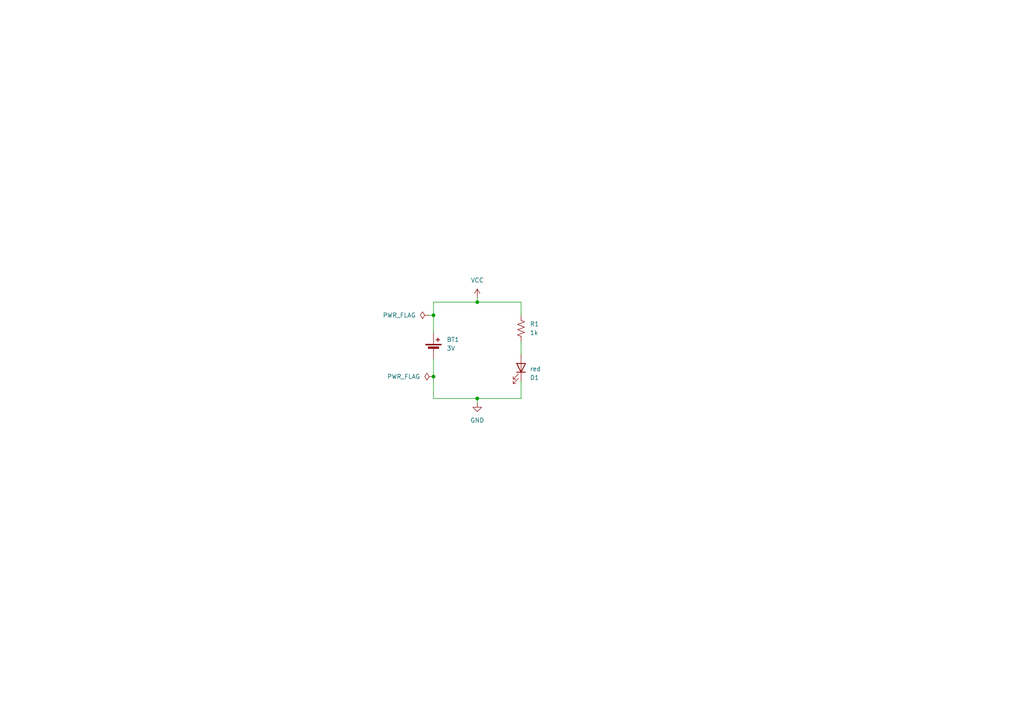
<source format=kicad_sch>
(kicad_sch (version 20230121) (generator eeschema)
  (paper "A4")
  (title_block (title "Getting Started in KiCad 7.0") (date "2023-05-28"))
  (lib_symbols
    (symbol "Device:Battery_Cell" (pin_numbers hide) (pin_names (offset 0) hide)
      (property "Reference" "BT" (at 2.54 2.54 0))
      (property "Value" "Battery_Cell" (at 2.54 0 0))
      (symbol "Battery_Cell_0_1"
        (rectangle (start -2.286 1.778) (end 2.286 1.524) (fill (type outline)))
        (rectangle (start -1.524 1.016) (end 1.524 0.508) (fill (type outline)))
        (polyline (pts (xy 0 0.762) (xy 0 0)))
        (polyline (pts (xy 0 1.778) (xy 0 2.54)))
        (polyline (pts (xy 0.762 3.048) (xy 1.778 3.048)) (stroke (width 0.254)))
        (polyline (pts (xy 1.27 3.556) (xy 1.27 2.54)) (stroke (width 0.254)))
      )
      (symbol "Battery_Cell_1_1"
        (pin passive line (at 0 5.08 270) (length 2.54) (name "+") (number "1"))
        (pin passive line (at 0 -2.54 90) (length 2.54) (name "-") (number "2"))
      )
    )
    (symbol "Device:LED" (pin_numbers hide) (pin_names (offset 1.016) hide)
      (property "Reference" "D" (at 0 2.54 0))
      (property "Value" "LED" (at 0 -2.54 0))
      (symbol "LED_0_1"
        (polyline (pts (xy -1.27 -1.27) (xy -1.27 1.27)) (stroke (width 0.254)))
        (polyline (pts (xy -1.27 0) (xy 1.27 0)))
        (polyline (pts (xy 1.27 -1.27) (xy 1.27 1.27) (xy -1.27 0) (xy 1.27 -1.27)) (stroke (width 0.254)))
        (polyline (pts (xy -3.048 -0.762) (xy -4.572 -2.286) (xy -3.81 -2.286) (xy -4.572 -2.286) (xy -4.572 -1.524)))
        (polyline (pts (xy -1.778 -0.762) (xy -3.302 -2.286) (xy -2.54 -2.286) (xy -3.302 -2.286) (xy -3.302 -1.524)))
      )
      (symbol "LED_1_1"
        (pin passive line (at -3.81 0 0) (length 2.54) (name "K") (number "1"))
        (pin passive line (at 3.81 0 180) (length 2.54) (name "A") (number "2"))
      )
    )
    (symbol "Device:R_US" (pin_numbers hide) (pin_names (offset 0))
      (property "Reference" "R" (at 2.54 0 90))
      (property "Value" "R_US" (at -2.54 0 90))
      (symbol "R_US_0_1"
        (polyline (pts (xy 0 -2.286) (xy 0 -2.54)))
        (polyline (pts (xy 0 2.286) (xy 0 2.54)))
        (polyline (pts (xy 0 -0.762) (xy 1.016 -1.143) (xy 0 -1.524) (xy -1.016 -1.905) (xy 0 -2.286)))
        (polyline (pts (xy 0 0.762) (xy 1.016 0.381) (xy 0 0) (xy -1.016 -0.381) (xy 0 -0.762)))
        (polyline (pts (xy 0 2.286) (xy 1.016 1.905) (xy 0 1.524) (xy -1.016 1.143) (xy 0 0.762)))
      )
      (symbol "R_US_1_1"
        (pin passive line (at 0 3.81 270) (length 1.27) (name "~") (number "1"))
        (pin passive line (at 0 -3.81 90) (length 1.27) (name "~") (number "2"))
      )
    )
    (symbol "power:GND" (power) (pin_names (offset 0))
      (property "Value" "GND" (at 0 -3.81 0))
      (symbol "GND_0_1"
        (polyline (pts (xy 0 0) (xy 0 -1.27) (xy 1.27 -1.27) (xy 0 -2.54) (xy -1.27 -1.27) (xy 0 -1.27)))
      )
      (symbol "GND_1_1"
        (pin power_in line (at 0 0 270) (length 0) hide (name "GND") (number "1"))
      )
    )
    (symbol "power:PWR_FLAG" (power) (pin_numbers hide) (pin_names (offset 0) hide)
      (property "Value" "PWR_FLAG" (at 0 3.81 0))
      (symbol "PWR_FLAG_0_0"
        (pin power_out line (at 0 0 90) (length 0) (name "pwr") (number "1"))
      )
      (symbol "PWR_FLAG_0_1"
        (polyline (pts (xy 0 0) (xy 0 1.27) (xy -1.016 1.905) (xy 0 2.54) (xy 1.016 1.905) (xy 0 1.27)))
      )
    )
    (symbol "power:VCC" (power) (pin_names (offset 0))
      (property "Value" "VCC" (at 0 3.81 0))
      (symbol "VCC_0_1"
        (polyline (pts (xy -0.762 1.27) (xy 0 2.54)))
        (polyline (pts (xy 0 0) (xy 0 2.54)))
        (polyline (pts (xy 0 2.54) (xy 0.762 1.27)))
      )
      (symbol "VCC_1_1"
        (pin power_in line (at 0 0 90) (length 0) hide (name "VCC") (number "1"))
      )
    )
  )
  (junction (at 125.73 109.22))
  (junction (at 138.43 115.57))
  (junction (at 138.43 87.63))
  (junction (at 125.73 91.44))
  (wire (pts (xy 151.13 91.44) (xy 151.13 87.63)))
  (wire (pts (xy 125.73 87.63) (xy 125.73 91.44)))
  (wire (pts (xy 124.46 91.44) (xy 125.73 91.44)))
  (wire (pts (xy 125.73 115.57) (xy 138.43 115.57)))
  (wire (pts (xy 138.43 86.36) (xy 138.43 87.63)))
  (wire (pts (xy 125.73 91.44) (xy 125.73 96.52)))
  (wire (pts (xy 138.43 87.63) (xy 125.73 87.63)))
  (wire (pts (xy 151.13 115.57) (xy 151.13 110.49)))
  (wire (pts (xy 125.73 104.14) (xy 125.73 109.22)))
  (wire (pts (xy 151.13 99.06) (xy 151.13 102.87)))
  (wire (pts (xy 138.43 116.84) (xy 138.43 115.57)))
  (wire (pts (xy 125.73 109.22) (xy 125.73 115.57)))
  (wire (pts (xy 138.43 115.57) (xy 151.13 115.57)))
  (wire (pts (xy 151.13 87.63) (xy 138.43 87.63)))
  (symbol (lib_id "Device:LED") (at 151.13 106.68 270) (mirror x) (unit 1)
    (property "Reference" "D1" (at 153.67 109.5375 90) (effects (justify left)))
    (property "Value" "red" (at 153.67 106.9975 90) (effects (justify left)))
    (property "Footprint" "LED_THT:LED_D5.0mm" (effects hide))
  )
  (symbol (lib_id "power:GND") (at 138.43 116.84 0) (unit 1)
    (property "Reference" "#PWR02" (effects hide))
    (property "Value" "GND" (at 138.43 121.92 0))
  )
  (symbol (lib_id "Device:Battery_Cell") (at 125.73 101.6 0) (unit 1)
    (property "Reference" "BT1" (at 129.54 98.4885 0) (effects (justify left)))
    (property "Value" "3V" (at 129.54 101.0285 0) (effects (justify left)))
    (property "Footprint" "Battery:BatteryHolder_Keystone_1058_1x2032" (effects hide))
  )
  (symbol (lib_id "Device:R_US") (at 151.13 95.25 0) (unit 1)
    (property "Reference" "R1" (at 153.67 93.98 0) (effects (justify left)))
    (property "Value" "1k" (at 153.67 96.52 0) (effects (justify left)))
    (property "Footprint" "Resistor_THT:R_Axial_DIN0309_L9.0mm_D3.2mm_P12.70mm_Horizontal" (effects hide))
  )
  (symbol (lib_id "power:VCC") (at 138.43 86.36 0) (unit 1)
    (property "Reference" "#PWR01" (effects hide))
    (property "Value" "VCC" (at 138.43 81.28 0))
  )
  (symbol (lib_id "power:PWR_FLAG") (at 125.73 109.22 90) (unit 1)
    (property "Reference" "#FLG02" (effects hide))
    (property "Value" "PWR_FLAG" (at 121.92 109.22 90) (effects (justify left)))
  )
  (symbol (lib_id "power:PWR_FLAG") (at 124.46 91.44 90) (unit 1)
    (property "Reference" "#FLG01" (effects hide))
    (property "Value" "PWR_FLAG" (at 120.65 91.44 90) (effects (justify left)))
  )
)
</source>
